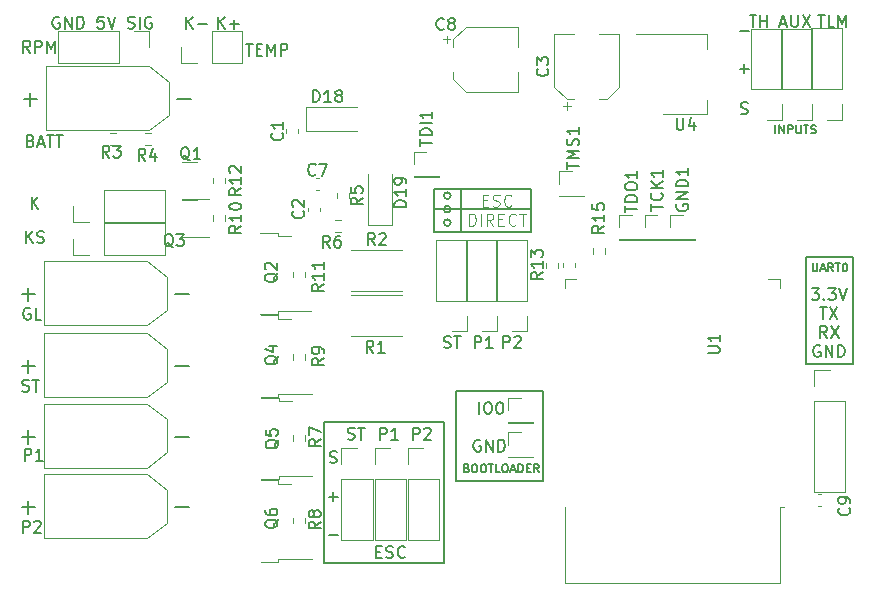
<source format=gbr>
%TF.GenerationSoftware,KiCad,Pcbnew,(6.0.9)*%
%TF.CreationDate,2023-04-19T21:58:53+02:00*%
%TF.ProjectId,jf-ecu32,6a662d65-6375-4333-922e-6b696361645f,rev?*%
%TF.SameCoordinates,Original*%
%TF.FileFunction,Legend,Top*%
%TF.FilePolarity,Positive*%
%FSLAX46Y46*%
G04 Gerber Fmt 4.6, Leading zero omitted, Abs format (unit mm)*
G04 Created by KiCad (PCBNEW (6.0.9)) date 2023-04-19 21:58:53*
%MOMM*%
%LPD*%
G01*
G04 APERTURE LIST*
%ADD10C,0.150000*%
%ADD11C,0.125000*%
%ADD12C,0.120000*%
G04 APERTURE END LIST*
D10*
X48006000Y-166878000D02*
X56261000Y-166878000D01*
X49432981Y-168021000D02*
G75*
G03*
X49432981Y-168021000I-283981J0D01*
G01*
X49911000Y-182245000D02*
X57277000Y-182245000D01*
X57277000Y-182245000D02*
X57277000Y-189865000D01*
X57277000Y-189865000D02*
X49911000Y-189865000D01*
X49911000Y-189865000D02*
X49911000Y-182245000D01*
X79565500Y-170942000D02*
X83502500Y-170942000D01*
X83502500Y-170942000D02*
X83502500Y-179959000D01*
X83502500Y-179959000D02*
X79565500Y-179959000D01*
X79565500Y-179959000D02*
X79565500Y-170942000D01*
X49432981Y-165735000D02*
G75*
G03*
X49432981Y-165735000I-283981J0D01*
G01*
X38735000Y-184912000D02*
X48895000Y-184912000D01*
X48895000Y-184912000D02*
X48895000Y-196850000D01*
X48895000Y-196850000D02*
X38735000Y-196850000D01*
X38735000Y-196850000D02*
X38735000Y-184912000D01*
X50292000Y-165227000D02*
X50292000Y-168783000D01*
X49432981Y-166878000D02*
G75*
G03*
X49432981Y-166878000I-283981J0D01*
G01*
X48006000Y-165163500D02*
X56261000Y-165163500D01*
X56261000Y-165163500D02*
X56261000Y-168846500D01*
X56261000Y-168846500D02*
X48006000Y-168846500D01*
X48006000Y-168846500D02*
X48006000Y-165163500D01*
X51832000Y-184221380D02*
X51832000Y-183221380D01*
X52498666Y-183221380D02*
X52689142Y-183221380D01*
X52784380Y-183269000D01*
X52879619Y-183364238D01*
X52927238Y-183554714D01*
X52927238Y-183888047D01*
X52879619Y-184078523D01*
X52784380Y-184173761D01*
X52689142Y-184221380D01*
X52498666Y-184221380D01*
X52403428Y-184173761D01*
X52308190Y-184078523D01*
X52260571Y-183888047D01*
X52260571Y-183554714D01*
X52308190Y-183364238D01*
X52403428Y-183269000D01*
X52498666Y-183221380D01*
X53546285Y-183221380D02*
X53641523Y-183221380D01*
X53736761Y-183269000D01*
X53784380Y-183316619D01*
X53832000Y-183411857D01*
X53879619Y-183602333D01*
X53879619Y-183840428D01*
X53832000Y-184030904D01*
X53784380Y-184126142D01*
X53736761Y-184173761D01*
X53641523Y-184221380D01*
X53546285Y-184221380D01*
X53451047Y-184173761D01*
X53403428Y-184126142D01*
X53355809Y-184030904D01*
X53308190Y-183840428D01*
X53308190Y-183602333D01*
X53355809Y-183411857D01*
X53403428Y-183316619D01*
X53451047Y-183269000D01*
X53546285Y-183221380D01*
X76929666Y-160463666D02*
X76929666Y-159763666D01*
X77263000Y-160463666D02*
X77263000Y-159763666D01*
X77663000Y-160463666D01*
X77663000Y-159763666D01*
X77996333Y-160463666D02*
X77996333Y-159763666D01*
X78263000Y-159763666D01*
X78329666Y-159797000D01*
X78363000Y-159830333D01*
X78396333Y-159897000D01*
X78396333Y-159997000D01*
X78363000Y-160063666D01*
X78329666Y-160097000D01*
X78263000Y-160130333D01*
X77996333Y-160130333D01*
X78696333Y-159763666D02*
X78696333Y-160330333D01*
X78729666Y-160397000D01*
X78763000Y-160430333D01*
X78829666Y-160463666D01*
X78963000Y-160463666D01*
X79029666Y-160430333D01*
X79063000Y-160397000D01*
X79096333Y-160330333D01*
X79096333Y-159763666D01*
X79329666Y-159763666D02*
X79729666Y-159763666D01*
X79529666Y-160463666D02*
X79529666Y-159763666D01*
X79929666Y-160430333D02*
X80029666Y-160463666D01*
X80196333Y-160463666D01*
X80263000Y-160430333D01*
X80296333Y-160397000D01*
X80329666Y-160330333D01*
X80329666Y-160263666D01*
X80296333Y-160197000D01*
X80263000Y-160163666D01*
X80196333Y-160130333D01*
X80063000Y-160097000D01*
X79996333Y-160063666D01*
X79963000Y-160030333D01*
X79929666Y-159963666D01*
X79929666Y-159897000D01*
X79963000Y-159830333D01*
X79996333Y-159797000D01*
X80063000Y-159763666D01*
X80229666Y-159763666D01*
X80329666Y-159797000D01*
X74580714Y-157882238D02*
X74437857Y-157834619D01*
X74199761Y-157834619D01*
X74104523Y-157882238D01*
X74056904Y-157929857D01*
X74009285Y-158025095D01*
X74009285Y-158120333D01*
X74056904Y-158215571D01*
X74104523Y-158263190D01*
X74199761Y-158310809D01*
X74390238Y-158358428D01*
X74485476Y-158406047D01*
X74533095Y-158453666D01*
X74580714Y-158548904D01*
X74580714Y-158644142D01*
X74533095Y-158739380D01*
X74485476Y-158787000D01*
X74390238Y-158834619D01*
X74152142Y-158834619D01*
X74009285Y-158787000D01*
X74675952Y-154995571D02*
X73914047Y-154995571D01*
X74295000Y-154614619D02*
X74295000Y-155376523D01*
X74675952Y-151775571D02*
X73914047Y-151775571D01*
X29726047Y-151582380D02*
X29726047Y-150582380D01*
X30297476Y-151582380D02*
X29868904Y-151010952D01*
X30297476Y-150582380D02*
X29726047Y-151153809D01*
X30726047Y-151201428D02*
X31487952Y-151201428D01*
X31107000Y-151582380D02*
X31107000Y-150820476D01*
X13843095Y-153614380D02*
X13509761Y-153138190D01*
X13271666Y-153614380D02*
X13271666Y-152614380D01*
X13652619Y-152614380D01*
X13747857Y-152662000D01*
X13795476Y-152709619D01*
X13843095Y-152804857D01*
X13843095Y-152947714D01*
X13795476Y-153042952D01*
X13747857Y-153090571D01*
X13652619Y-153138190D01*
X13271666Y-153138190D01*
X14271666Y-153614380D02*
X14271666Y-152614380D01*
X14652619Y-152614380D01*
X14747857Y-152662000D01*
X14795476Y-152709619D01*
X14843095Y-152804857D01*
X14843095Y-152947714D01*
X14795476Y-153042952D01*
X14747857Y-153090571D01*
X14652619Y-153138190D01*
X14271666Y-153138190D01*
X15271666Y-153614380D02*
X15271666Y-152614380D01*
X15605000Y-153328666D01*
X15938333Y-152614380D01*
X15938333Y-153614380D01*
X13866952Y-161091571D02*
X14009809Y-161139190D01*
X14057428Y-161186809D01*
X14105047Y-161282047D01*
X14105047Y-161424904D01*
X14057428Y-161520142D01*
X14009809Y-161567761D01*
X13914571Y-161615380D01*
X13533619Y-161615380D01*
X13533619Y-160615380D01*
X13866952Y-160615380D01*
X13962190Y-160663000D01*
X14009809Y-160710619D01*
X14057428Y-160805857D01*
X14057428Y-160901095D01*
X14009809Y-160996333D01*
X13962190Y-161043952D01*
X13866952Y-161091571D01*
X13533619Y-161091571D01*
X14486000Y-161329666D02*
X14962190Y-161329666D01*
X14390761Y-161615380D02*
X14724095Y-160615380D01*
X15057428Y-161615380D01*
X15247904Y-160615380D02*
X15819333Y-160615380D01*
X15533619Y-161615380D02*
X15533619Y-160615380D01*
X16009809Y-160615380D02*
X16581238Y-160615380D01*
X16295523Y-161615380D02*
X16295523Y-160615380D01*
X13176333Y-182268761D02*
X13319190Y-182316380D01*
X13557285Y-182316380D01*
X13652523Y-182268761D01*
X13700142Y-182221142D01*
X13747761Y-182125904D01*
X13747761Y-182030666D01*
X13700142Y-181935428D01*
X13652523Y-181887809D01*
X13557285Y-181840190D01*
X13366809Y-181792571D01*
X13271571Y-181744952D01*
X13223952Y-181697333D01*
X13176333Y-181602095D01*
X13176333Y-181506857D01*
X13223952Y-181411619D01*
X13271571Y-181364000D01*
X13366809Y-181316380D01*
X13604904Y-181316380D01*
X13747761Y-181364000D01*
X14033476Y-181316380D02*
X14604904Y-181316380D01*
X14319190Y-182316380D02*
X14319190Y-181316380D01*
X80084000Y-171447666D02*
X80084000Y-172014333D01*
X80117333Y-172081000D01*
X80150666Y-172114333D01*
X80217333Y-172147666D01*
X80350666Y-172147666D01*
X80417333Y-172114333D01*
X80450666Y-172081000D01*
X80484000Y-172014333D01*
X80484000Y-171447666D01*
X80784000Y-171947666D02*
X81117333Y-171947666D01*
X80717333Y-172147666D02*
X80950666Y-171447666D01*
X81184000Y-172147666D01*
X81817333Y-172147666D02*
X81584000Y-171814333D01*
X81417333Y-172147666D02*
X81417333Y-171447666D01*
X81684000Y-171447666D01*
X81750666Y-171481000D01*
X81784000Y-171514333D01*
X81817333Y-171581000D01*
X81817333Y-171681000D01*
X81784000Y-171747666D01*
X81750666Y-171781000D01*
X81684000Y-171814333D01*
X81417333Y-171814333D01*
X82017333Y-171447666D02*
X82417333Y-171447666D01*
X82217333Y-172147666D02*
X82217333Y-171447666D01*
X82784000Y-171447666D02*
X82850666Y-171447666D01*
X82917333Y-171481000D01*
X82950666Y-171514333D01*
X82984000Y-171581000D01*
X83017333Y-171714333D01*
X83017333Y-171881000D01*
X82984000Y-172014333D01*
X82950666Y-172081000D01*
X82917333Y-172114333D01*
X82850666Y-172147666D01*
X82784000Y-172147666D01*
X82717333Y-172114333D01*
X82684000Y-172081000D01*
X82650666Y-172014333D01*
X82617333Y-171881000D01*
X82617333Y-171714333D01*
X82650666Y-171581000D01*
X82684000Y-171514333D01*
X82717333Y-171481000D01*
X82784000Y-171447666D01*
X40735333Y-186332761D02*
X40878190Y-186380380D01*
X41116285Y-186380380D01*
X41211523Y-186332761D01*
X41259142Y-186285142D01*
X41306761Y-186189904D01*
X41306761Y-186094666D01*
X41259142Y-185999428D01*
X41211523Y-185951809D01*
X41116285Y-185904190D01*
X40925809Y-185856571D01*
X40830571Y-185808952D01*
X40782952Y-185761333D01*
X40735333Y-185666095D01*
X40735333Y-185570857D01*
X40782952Y-185475619D01*
X40830571Y-185428000D01*
X40925809Y-185380380D01*
X41163904Y-185380380D01*
X41306761Y-185428000D01*
X41592476Y-185380380D02*
X42163904Y-185380380D01*
X41878190Y-186380380D02*
X41878190Y-185380380D01*
X16296142Y-150630000D02*
X16200904Y-150582380D01*
X16058047Y-150582380D01*
X15915190Y-150630000D01*
X15819952Y-150725238D01*
X15772333Y-150820476D01*
X15724714Y-151010952D01*
X15724714Y-151153809D01*
X15772333Y-151344285D01*
X15819952Y-151439523D01*
X15915190Y-151534761D01*
X16058047Y-151582380D01*
X16153285Y-151582380D01*
X16296142Y-151534761D01*
X16343761Y-151487142D01*
X16343761Y-151153809D01*
X16153285Y-151153809D01*
X16772333Y-151582380D02*
X16772333Y-150582380D01*
X17343761Y-151582380D01*
X17343761Y-150582380D01*
X17819952Y-151582380D02*
X17819952Y-150582380D01*
X18058047Y-150582380D01*
X18200904Y-150630000D01*
X18296142Y-150725238D01*
X18343761Y-150820476D01*
X18391380Y-151010952D01*
X18391380Y-151153809D01*
X18343761Y-151344285D01*
X18296142Y-151439523D01*
X18200904Y-151534761D01*
X18058047Y-151582380D01*
X17819952Y-151582380D01*
X20058047Y-150582380D02*
X19581857Y-150582380D01*
X19534238Y-151058571D01*
X19581857Y-151010952D01*
X19677095Y-150963333D01*
X19915190Y-150963333D01*
X20010428Y-151010952D01*
X20058047Y-151058571D01*
X20105666Y-151153809D01*
X20105666Y-151391904D01*
X20058047Y-151487142D01*
X20010428Y-151534761D01*
X19915190Y-151582380D01*
X19677095Y-151582380D01*
X19581857Y-151534761D01*
X19534238Y-151487142D01*
X20391380Y-150582380D02*
X20724714Y-151582380D01*
X21058047Y-150582380D01*
X22105666Y-151534761D02*
X22248523Y-151582380D01*
X22486619Y-151582380D01*
X22581857Y-151534761D01*
X22629476Y-151487142D01*
X22677095Y-151391904D01*
X22677095Y-151296666D01*
X22629476Y-151201428D01*
X22581857Y-151153809D01*
X22486619Y-151106190D01*
X22296142Y-151058571D01*
X22200904Y-151010952D01*
X22153285Y-150963333D01*
X22105666Y-150868095D01*
X22105666Y-150772857D01*
X22153285Y-150677619D01*
X22200904Y-150630000D01*
X22296142Y-150582380D01*
X22534238Y-150582380D01*
X22677095Y-150630000D01*
X23105666Y-151582380D02*
X23105666Y-150582380D01*
X24105666Y-150630000D02*
X24010428Y-150582380D01*
X23867571Y-150582380D01*
X23724714Y-150630000D01*
X23629476Y-150725238D01*
X23581857Y-150820476D01*
X23534238Y-151010952D01*
X23534238Y-151153809D01*
X23581857Y-151344285D01*
X23629476Y-151439523D01*
X23724714Y-151534761D01*
X23867571Y-151582380D01*
X23962809Y-151582380D01*
X24105666Y-151534761D01*
X24153285Y-151487142D01*
X24153285Y-151153809D01*
X23962809Y-151153809D01*
X74755476Y-150455380D02*
X75326904Y-150455380D01*
X75041190Y-151455380D02*
X75041190Y-150455380D01*
X75660238Y-151455380D02*
X75660238Y-150455380D01*
X75660238Y-150931571D02*
X76231666Y-150931571D01*
X76231666Y-151455380D02*
X76231666Y-150455380D01*
X13231904Y-194254380D02*
X13231904Y-193254380D01*
X13612857Y-193254380D01*
X13708095Y-193302000D01*
X13755714Y-193349619D01*
X13803333Y-193444857D01*
X13803333Y-193587714D01*
X13755714Y-193682952D01*
X13708095Y-193730571D01*
X13612857Y-193778190D01*
X13231904Y-193778190D01*
X14184285Y-193349619D02*
X14231904Y-193302000D01*
X14327142Y-193254380D01*
X14565238Y-193254380D01*
X14660476Y-193302000D01*
X14708095Y-193349619D01*
X14755714Y-193444857D01*
X14755714Y-193540095D01*
X14708095Y-193682952D01*
X14136666Y-194254380D01*
X14755714Y-194254380D01*
X13962095Y-166822380D02*
X13962095Y-165822380D01*
X14533523Y-166822380D02*
X14104952Y-166250952D01*
X14533523Y-165822380D02*
X13962095Y-166393809D01*
X13485904Y-169743380D02*
X13485904Y-168743380D01*
X14057333Y-169743380D02*
X13628761Y-169171952D01*
X14057333Y-168743380D02*
X13485904Y-169314809D01*
X14438285Y-169695761D02*
X14581142Y-169743380D01*
X14819238Y-169743380D01*
X14914476Y-169695761D01*
X14962095Y-169648142D01*
X15009714Y-169552904D01*
X15009714Y-169457666D01*
X14962095Y-169362428D01*
X14914476Y-169314809D01*
X14819238Y-169267190D01*
X14628761Y-169219571D01*
X14533523Y-169171952D01*
X14485904Y-169124333D01*
X14438285Y-169029095D01*
X14438285Y-168933857D01*
X14485904Y-168838619D01*
X14533523Y-168791000D01*
X14628761Y-168743380D01*
X14866857Y-168743380D01*
X15009714Y-168791000D01*
X51458904Y-178633380D02*
X51458904Y-177633380D01*
X51839857Y-177633380D01*
X51935095Y-177681000D01*
X51982714Y-177728619D01*
X52030333Y-177823857D01*
X52030333Y-177966714D01*
X51982714Y-178061952D01*
X51935095Y-178109571D01*
X51839857Y-178157190D01*
X51458904Y-178157190D01*
X52982714Y-178633380D02*
X52411285Y-178633380D01*
X52697000Y-178633380D02*
X52697000Y-177633380D01*
X52601761Y-177776238D01*
X52506523Y-177871476D01*
X52411285Y-177919095D01*
X43132523Y-195889571D02*
X43465857Y-195889571D01*
X43608714Y-196413380D02*
X43132523Y-196413380D01*
X43132523Y-195413380D01*
X43608714Y-195413380D01*
X43989666Y-196365761D02*
X44132523Y-196413380D01*
X44370619Y-196413380D01*
X44465857Y-196365761D01*
X44513476Y-196318142D01*
X44561095Y-196222904D01*
X44561095Y-196127666D01*
X44513476Y-196032428D01*
X44465857Y-195984809D01*
X44370619Y-195937190D01*
X44180142Y-195889571D01*
X44084904Y-195841952D01*
X44037285Y-195794333D01*
X43989666Y-195699095D01*
X43989666Y-195603857D01*
X44037285Y-195508619D01*
X44084904Y-195461000D01*
X44180142Y-195413380D01*
X44418238Y-195413380D01*
X44561095Y-195461000D01*
X45561095Y-196318142D02*
X45513476Y-196365761D01*
X45370619Y-196413380D01*
X45275380Y-196413380D01*
X45132523Y-196365761D01*
X45037285Y-196270523D01*
X44989666Y-196175285D01*
X44942047Y-195984809D01*
X44942047Y-195841952D01*
X44989666Y-195651476D01*
X45037285Y-195556238D01*
X45132523Y-195461000D01*
X45275380Y-195413380D01*
X45370619Y-195413380D01*
X45513476Y-195461000D01*
X45561095Y-195508619D01*
X53871904Y-178633380D02*
X53871904Y-177633380D01*
X54252857Y-177633380D01*
X54348095Y-177681000D01*
X54395714Y-177728619D01*
X54443333Y-177823857D01*
X54443333Y-177966714D01*
X54395714Y-178061952D01*
X54348095Y-178109571D01*
X54252857Y-178157190D01*
X53871904Y-178157190D01*
X54824285Y-177728619D02*
X54871904Y-177681000D01*
X54967142Y-177633380D01*
X55205238Y-177633380D01*
X55300476Y-177681000D01*
X55348095Y-177728619D01*
X55395714Y-177823857D01*
X55395714Y-177919095D01*
X55348095Y-178061952D01*
X54776666Y-178633380D01*
X55395714Y-178633380D01*
X46251904Y-186380380D02*
X46251904Y-185380380D01*
X46632857Y-185380380D01*
X46728095Y-185428000D01*
X46775714Y-185475619D01*
X46823333Y-185570857D01*
X46823333Y-185713714D01*
X46775714Y-185808952D01*
X46728095Y-185856571D01*
X46632857Y-185904190D01*
X46251904Y-185904190D01*
X47204285Y-185475619D02*
X47251904Y-185428000D01*
X47347142Y-185380380D01*
X47585238Y-185380380D01*
X47680476Y-185428000D01*
X47728095Y-185475619D01*
X47775714Y-185570857D01*
X47775714Y-185666095D01*
X47728095Y-185808952D01*
X47156666Y-186380380D01*
X47775714Y-186380380D01*
X32099476Y-152868380D02*
X32670904Y-152868380D01*
X32385190Y-153868380D02*
X32385190Y-152868380D01*
X33004238Y-153344571D02*
X33337571Y-153344571D01*
X33480428Y-153868380D02*
X33004238Y-153868380D01*
X33004238Y-152868380D01*
X33480428Y-152868380D01*
X33909000Y-153868380D02*
X33909000Y-152868380D01*
X34242333Y-153582666D01*
X34575666Y-152868380D01*
X34575666Y-153868380D01*
X35051857Y-153868380D02*
X35051857Y-152868380D01*
X35432809Y-152868380D01*
X35528047Y-152916000D01*
X35575666Y-152963619D01*
X35623285Y-153058857D01*
X35623285Y-153201714D01*
X35575666Y-153296952D01*
X35528047Y-153344571D01*
X35432809Y-153392190D01*
X35051857Y-153392190D01*
X39211285Y-188319761D02*
X39354142Y-188367380D01*
X39592238Y-188367380D01*
X39687476Y-188319761D01*
X39735095Y-188272142D01*
X39782714Y-188176904D01*
X39782714Y-188081666D01*
X39735095Y-187986428D01*
X39687476Y-187938809D01*
X39592238Y-187891190D01*
X39401761Y-187843571D01*
X39306523Y-187795952D01*
X39258904Y-187748333D01*
X39211285Y-187653095D01*
X39211285Y-187557857D01*
X39258904Y-187462619D01*
X39306523Y-187415000D01*
X39401761Y-187367380D01*
X39639857Y-187367380D01*
X39782714Y-187415000D01*
X39116047Y-191206428D02*
X39877952Y-191206428D01*
X39497000Y-191587380D02*
X39497000Y-190825476D01*
X39116047Y-194426428D02*
X39877952Y-194426428D01*
X80526095Y-150455380D02*
X81097523Y-150455380D01*
X80811809Y-151455380D02*
X80811809Y-150455380D01*
X81907047Y-151455380D02*
X81430857Y-151455380D01*
X81430857Y-150455380D01*
X82240380Y-151455380D02*
X82240380Y-150455380D01*
X82573714Y-151169666D01*
X82907047Y-150455380D01*
X82907047Y-151455380D01*
X48863333Y-178585761D02*
X49006190Y-178633380D01*
X49244285Y-178633380D01*
X49339523Y-178585761D01*
X49387142Y-178538142D01*
X49434761Y-178442904D01*
X49434761Y-178347666D01*
X49387142Y-178252428D01*
X49339523Y-178204809D01*
X49244285Y-178157190D01*
X49053809Y-178109571D01*
X48958571Y-178061952D01*
X48910952Y-178014333D01*
X48863333Y-177919095D01*
X48863333Y-177823857D01*
X48910952Y-177728619D01*
X48958571Y-177681000D01*
X49053809Y-177633380D01*
X49291904Y-177633380D01*
X49434761Y-177681000D01*
X49720476Y-177633380D02*
X50291904Y-177633380D01*
X50006190Y-178633380D02*
X50006190Y-177633380D01*
X13358904Y-188158380D02*
X13358904Y-187158380D01*
X13739857Y-187158380D01*
X13835095Y-187206000D01*
X13882714Y-187253619D01*
X13930333Y-187348857D01*
X13930333Y-187491714D01*
X13882714Y-187586952D01*
X13835095Y-187634571D01*
X13739857Y-187682190D01*
X13358904Y-187682190D01*
X14882714Y-188158380D02*
X14311285Y-188158380D01*
X14597000Y-188158380D02*
X14597000Y-187158380D01*
X14501761Y-187301238D01*
X14406523Y-187396476D01*
X14311285Y-187444095D01*
X50804333Y-188799000D02*
X50904333Y-188832333D01*
X50937666Y-188865666D01*
X50971000Y-188932333D01*
X50971000Y-189032333D01*
X50937666Y-189099000D01*
X50904333Y-189132333D01*
X50837666Y-189165666D01*
X50571000Y-189165666D01*
X50571000Y-188465666D01*
X50804333Y-188465666D01*
X50871000Y-188499000D01*
X50904333Y-188532333D01*
X50937666Y-188599000D01*
X50937666Y-188665666D01*
X50904333Y-188732333D01*
X50871000Y-188765666D01*
X50804333Y-188799000D01*
X50571000Y-188799000D01*
X51404333Y-188465666D02*
X51537666Y-188465666D01*
X51604333Y-188499000D01*
X51671000Y-188565666D01*
X51704333Y-188699000D01*
X51704333Y-188932333D01*
X51671000Y-189065666D01*
X51604333Y-189132333D01*
X51537666Y-189165666D01*
X51404333Y-189165666D01*
X51337666Y-189132333D01*
X51271000Y-189065666D01*
X51237666Y-188932333D01*
X51237666Y-188699000D01*
X51271000Y-188565666D01*
X51337666Y-188499000D01*
X51404333Y-188465666D01*
X52137666Y-188465666D02*
X52271000Y-188465666D01*
X52337666Y-188499000D01*
X52404333Y-188565666D01*
X52437666Y-188699000D01*
X52437666Y-188932333D01*
X52404333Y-189065666D01*
X52337666Y-189132333D01*
X52271000Y-189165666D01*
X52137666Y-189165666D01*
X52071000Y-189132333D01*
X52004333Y-189065666D01*
X51971000Y-188932333D01*
X51971000Y-188699000D01*
X52004333Y-188565666D01*
X52071000Y-188499000D01*
X52137666Y-188465666D01*
X52637666Y-188465666D02*
X53037666Y-188465666D01*
X52837666Y-189165666D02*
X52837666Y-188465666D01*
X53604333Y-189165666D02*
X53271000Y-189165666D01*
X53271000Y-188465666D01*
X53971000Y-188465666D02*
X54104333Y-188465666D01*
X54171000Y-188499000D01*
X54237666Y-188565666D01*
X54271000Y-188699000D01*
X54271000Y-188932333D01*
X54237666Y-189065666D01*
X54171000Y-189132333D01*
X54104333Y-189165666D01*
X53971000Y-189165666D01*
X53904333Y-189132333D01*
X53837666Y-189065666D01*
X53804333Y-188932333D01*
X53804333Y-188699000D01*
X53837666Y-188565666D01*
X53904333Y-188499000D01*
X53971000Y-188465666D01*
X54537666Y-188965666D02*
X54871000Y-188965666D01*
X54471000Y-189165666D02*
X54704333Y-188465666D01*
X54937666Y-189165666D01*
X55171000Y-189165666D02*
X55171000Y-188465666D01*
X55337666Y-188465666D01*
X55437666Y-188499000D01*
X55504333Y-188565666D01*
X55537666Y-188632333D01*
X55571000Y-188765666D01*
X55571000Y-188865666D01*
X55537666Y-188999000D01*
X55504333Y-189065666D01*
X55437666Y-189132333D01*
X55337666Y-189165666D01*
X55171000Y-189165666D01*
X55871000Y-188799000D02*
X56104333Y-188799000D01*
X56204333Y-189165666D02*
X55871000Y-189165666D01*
X55871000Y-188465666D01*
X56204333Y-188465666D01*
X56904333Y-189165666D02*
X56671000Y-188832333D01*
X56504333Y-189165666D02*
X56504333Y-188465666D01*
X56771000Y-188465666D01*
X56837666Y-188499000D01*
X56871000Y-188532333D01*
X56904333Y-188599000D01*
X56904333Y-188699000D01*
X56871000Y-188765666D01*
X56837666Y-188799000D01*
X56771000Y-188832333D01*
X56504333Y-188832333D01*
X79994309Y-173567380D02*
X80613357Y-173567380D01*
X80280023Y-173948333D01*
X80422880Y-173948333D01*
X80518119Y-173995952D01*
X80565738Y-174043571D01*
X80613357Y-174138809D01*
X80613357Y-174376904D01*
X80565738Y-174472142D01*
X80518119Y-174519761D01*
X80422880Y-174567380D01*
X80137166Y-174567380D01*
X80041928Y-174519761D01*
X79994309Y-174472142D01*
X81041928Y-174472142D02*
X81089547Y-174519761D01*
X81041928Y-174567380D01*
X80994309Y-174519761D01*
X81041928Y-174472142D01*
X81041928Y-174567380D01*
X81422880Y-173567380D02*
X82041928Y-173567380D01*
X81708595Y-173948333D01*
X81851452Y-173948333D01*
X81946690Y-173995952D01*
X81994309Y-174043571D01*
X82041928Y-174138809D01*
X82041928Y-174376904D01*
X81994309Y-174472142D01*
X81946690Y-174519761D01*
X81851452Y-174567380D01*
X81565738Y-174567380D01*
X81470500Y-174519761D01*
X81422880Y-174472142D01*
X82327642Y-173567380D02*
X82660976Y-174567380D01*
X82994309Y-173567380D01*
X80708595Y-175177380D02*
X81280023Y-175177380D01*
X80994309Y-176177380D02*
X80994309Y-175177380D01*
X81518119Y-175177380D02*
X82184785Y-176177380D01*
X82184785Y-175177380D02*
X81518119Y-176177380D01*
X81303833Y-177787380D02*
X80970500Y-177311190D01*
X80732404Y-177787380D02*
X80732404Y-176787380D01*
X81113357Y-176787380D01*
X81208595Y-176835000D01*
X81256214Y-176882619D01*
X81303833Y-176977857D01*
X81303833Y-177120714D01*
X81256214Y-177215952D01*
X81208595Y-177263571D01*
X81113357Y-177311190D01*
X80732404Y-177311190D01*
X81637166Y-176787380D02*
X82303833Y-177787380D01*
X82303833Y-176787380D02*
X81637166Y-177787380D01*
X80708595Y-178445000D02*
X80613357Y-178397380D01*
X80470500Y-178397380D01*
X80327642Y-178445000D01*
X80232404Y-178540238D01*
X80184785Y-178635476D01*
X80137166Y-178825952D01*
X80137166Y-178968809D01*
X80184785Y-179159285D01*
X80232404Y-179254523D01*
X80327642Y-179349761D01*
X80470500Y-179397380D01*
X80565738Y-179397380D01*
X80708595Y-179349761D01*
X80756214Y-179302142D01*
X80756214Y-178968809D01*
X80565738Y-178968809D01*
X81184785Y-179397380D02*
X81184785Y-178397380D01*
X81756214Y-179397380D01*
X81756214Y-178397380D01*
X82232404Y-179397380D02*
X82232404Y-178397380D01*
X82470500Y-178397380D01*
X82613357Y-178445000D01*
X82708595Y-178540238D01*
X82756214Y-178635476D01*
X82803833Y-178825952D01*
X82803833Y-178968809D01*
X82756214Y-179159285D01*
X82708595Y-179254523D01*
X82613357Y-179349761D01*
X82470500Y-179397380D01*
X82232404Y-179397380D01*
X13827142Y-175268000D02*
X13731904Y-175220380D01*
X13589047Y-175220380D01*
X13446190Y-175268000D01*
X13350952Y-175363238D01*
X13303333Y-175458476D01*
X13255714Y-175648952D01*
X13255714Y-175791809D01*
X13303333Y-175982285D01*
X13350952Y-176077523D01*
X13446190Y-176172761D01*
X13589047Y-176220380D01*
X13684285Y-176220380D01*
X13827142Y-176172761D01*
X13874761Y-176125142D01*
X13874761Y-175791809D01*
X13684285Y-175791809D01*
X14779523Y-176220380D02*
X14303333Y-176220380D01*
X14303333Y-175220380D01*
X43457904Y-186380380D02*
X43457904Y-185380380D01*
X43838857Y-185380380D01*
X43934095Y-185428000D01*
X43981714Y-185475619D01*
X44029333Y-185570857D01*
X44029333Y-185713714D01*
X43981714Y-185808952D01*
X43934095Y-185856571D01*
X43838857Y-185904190D01*
X43457904Y-185904190D01*
X44981714Y-186380380D02*
X44410285Y-186380380D01*
X44696000Y-186380380D02*
X44696000Y-185380380D01*
X44600761Y-185523238D01*
X44505523Y-185618476D01*
X44410285Y-185666095D01*
X27059047Y-151582380D02*
X27059047Y-150582380D01*
X27630476Y-151582380D02*
X27201904Y-151010952D01*
X27630476Y-150582380D02*
X27059047Y-151153809D01*
X28059047Y-151201428D02*
X28820952Y-151201428D01*
X51943095Y-186444000D02*
X51847857Y-186396380D01*
X51705000Y-186396380D01*
X51562142Y-186444000D01*
X51466904Y-186539238D01*
X51419285Y-186634476D01*
X51371666Y-186824952D01*
X51371666Y-186967809D01*
X51419285Y-187158285D01*
X51466904Y-187253523D01*
X51562142Y-187348761D01*
X51705000Y-187396380D01*
X51800238Y-187396380D01*
X51943095Y-187348761D01*
X51990714Y-187301142D01*
X51990714Y-186967809D01*
X51800238Y-186967809D01*
X52419285Y-187396380D02*
X52419285Y-186396380D01*
X52990714Y-187396380D01*
X52990714Y-186396380D01*
X53466904Y-187396380D02*
X53466904Y-186396380D01*
X53705000Y-186396380D01*
X53847857Y-186444000D01*
X53943095Y-186539238D01*
X53990714Y-186634476D01*
X54038333Y-186824952D01*
X54038333Y-186967809D01*
X53990714Y-187158285D01*
X53943095Y-187253523D01*
X53847857Y-187348761D01*
X53705000Y-187396380D01*
X53466904Y-187396380D01*
D11*
X52149523Y-166128571D02*
X52482857Y-166128571D01*
X52625714Y-166652380D02*
X52149523Y-166652380D01*
X52149523Y-165652380D01*
X52625714Y-165652380D01*
X53006666Y-166604761D02*
X53149523Y-166652380D01*
X53387619Y-166652380D01*
X53482857Y-166604761D01*
X53530476Y-166557142D01*
X53578095Y-166461904D01*
X53578095Y-166366666D01*
X53530476Y-166271428D01*
X53482857Y-166223809D01*
X53387619Y-166176190D01*
X53197142Y-166128571D01*
X53101904Y-166080952D01*
X53054285Y-166033333D01*
X53006666Y-165938095D01*
X53006666Y-165842857D01*
X53054285Y-165747619D01*
X53101904Y-165700000D01*
X53197142Y-165652380D01*
X53435238Y-165652380D01*
X53578095Y-165700000D01*
X54578095Y-166557142D02*
X54530476Y-166604761D01*
X54387619Y-166652380D01*
X54292380Y-166652380D01*
X54149523Y-166604761D01*
X54054285Y-166509523D01*
X54006666Y-166414285D01*
X53959047Y-166223809D01*
X53959047Y-166080952D01*
X54006666Y-165890476D01*
X54054285Y-165795238D01*
X54149523Y-165700000D01*
X54292380Y-165652380D01*
X54387619Y-165652380D01*
X54530476Y-165700000D01*
X54578095Y-165747619D01*
X51006666Y-168262380D02*
X51006666Y-167262380D01*
X51244761Y-167262380D01*
X51387619Y-167310000D01*
X51482857Y-167405238D01*
X51530476Y-167500476D01*
X51578095Y-167690952D01*
X51578095Y-167833809D01*
X51530476Y-168024285D01*
X51482857Y-168119523D01*
X51387619Y-168214761D01*
X51244761Y-168262380D01*
X51006666Y-168262380D01*
X52006666Y-168262380D02*
X52006666Y-167262380D01*
X53054285Y-168262380D02*
X52720952Y-167786190D01*
X52482857Y-168262380D02*
X52482857Y-167262380D01*
X52863809Y-167262380D01*
X52959047Y-167310000D01*
X53006666Y-167357619D01*
X53054285Y-167452857D01*
X53054285Y-167595714D01*
X53006666Y-167690952D01*
X52959047Y-167738571D01*
X52863809Y-167786190D01*
X52482857Y-167786190D01*
X53482857Y-167738571D02*
X53816190Y-167738571D01*
X53959047Y-168262380D02*
X53482857Y-168262380D01*
X53482857Y-167262380D01*
X53959047Y-167262380D01*
X54959047Y-168167142D02*
X54911428Y-168214761D01*
X54768571Y-168262380D01*
X54673333Y-168262380D01*
X54530476Y-168214761D01*
X54435238Y-168119523D01*
X54387619Y-168024285D01*
X54340000Y-167833809D01*
X54340000Y-167690952D01*
X54387619Y-167500476D01*
X54435238Y-167405238D01*
X54530476Y-167310000D01*
X54673333Y-167262380D01*
X54768571Y-167262380D01*
X54911428Y-167310000D01*
X54959047Y-167357619D01*
X55244761Y-167262380D02*
X55816190Y-167262380D01*
X55530476Y-168262380D02*
X55530476Y-167262380D01*
D10*
X77374904Y-151169666D02*
X77851095Y-151169666D01*
X77279666Y-151455380D02*
X77613000Y-150455380D01*
X77946333Y-151455380D01*
X78279666Y-150455380D02*
X78279666Y-151264904D01*
X78327285Y-151360142D01*
X78374904Y-151407761D01*
X78470142Y-151455380D01*
X78660619Y-151455380D01*
X78755857Y-151407761D01*
X78803476Y-151360142D01*
X78851095Y-151264904D01*
X78851095Y-150455380D01*
X79232047Y-150455380D02*
X79898714Y-151455380D01*
X79898714Y-150455380D02*
X79232047Y-151455380D01*
%TO.C,TDI1*%
X46823380Y-161520000D02*
X46823380Y-160948571D01*
X47823380Y-161234285D02*
X46823380Y-161234285D01*
X47823380Y-160615238D02*
X46823380Y-160615238D01*
X46823380Y-160377142D01*
X46871000Y-160234285D01*
X46966238Y-160139047D01*
X47061476Y-160091428D01*
X47251952Y-160043809D01*
X47394809Y-160043809D01*
X47585285Y-160091428D01*
X47680523Y-160139047D01*
X47775761Y-160234285D01*
X47823380Y-160377142D01*
X47823380Y-160615238D01*
X47823380Y-159615238D02*
X46823380Y-159615238D01*
X47823380Y-158615238D02*
X47823380Y-159186666D01*
X47823380Y-158900952D02*
X46823380Y-158900952D01*
X46966238Y-158996190D01*
X47061476Y-159091428D01*
X47109095Y-159186666D01*
%TO.C,Q5*%
X34881619Y-186405238D02*
X34834000Y-186500476D01*
X34738761Y-186595714D01*
X34595904Y-186738571D01*
X34548285Y-186833809D01*
X34548285Y-186929047D01*
X34786380Y-186881428D02*
X34738761Y-186976666D01*
X34643523Y-187071904D01*
X34453047Y-187119523D01*
X34119714Y-187119523D01*
X33929238Y-187071904D01*
X33834000Y-186976666D01*
X33786380Y-186881428D01*
X33786380Y-186690952D01*
X33834000Y-186595714D01*
X33929238Y-186500476D01*
X34119714Y-186452857D01*
X34453047Y-186452857D01*
X34643523Y-186500476D01*
X34738761Y-186595714D01*
X34786380Y-186690952D01*
X34786380Y-186881428D01*
X33786380Y-185548095D02*
X33786380Y-186024285D01*
X34262571Y-186071904D01*
X34214952Y-186024285D01*
X34167333Y-185929047D01*
X34167333Y-185690952D01*
X34214952Y-185595714D01*
X34262571Y-185548095D01*
X34357809Y-185500476D01*
X34595904Y-185500476D01*
X34691142Y-185548095D01*
X34738761Y-185595714D01*
X34786380Y-185690952D01*
X34786380Y-185929047D01*
X34738761Y-186024285D01*
X34691142Y-186071904D01*
%TO.C,Q6*%
X34837619Y-193136238D02*
X34790000Y-193231476D01*
X34694761Y-193326714D01*
X34551904Y-193469571D01*
X34504285Y-193564809D01*
X34504285Y-193660047D01*
X34742380Y-193612428D02*
X34694761Y-193707666D01*
X34599523Y-193802904D01*
X34409047Y-193850523D01*
X34075714Y-193850523D01*
X33885238Y-193802904D01*
X33790000Y-193707666D01*
X33742380Y-193612428D01*
X33742380Y-193421952D01*
X33790000Y-193326714D01*
X33885238Y-193231476D01*
X34075714Y-193183857D01*
X34409047Y-193183857D01*
X34599523Y-193231476D01*
X34694761Y-193326714D01*
X34742380Y-193421952D01*
X34742380Y-193612428D01*
X33742380Y-192326714D02*
X33742380Y-192517190D01*
X33790000Y-192612428D01*
X33837619Y-192660047D01*
X33980476Y-192755285D01*
X34170952Y-192802904D01*
X34551904Y-192802904D01*
X34647142Y-192755285D01*
X34694761Y-192707666D01*
X34742380Y-192612428D01*
X34742380Y-192421952D01*
X34694761Y-192326714D01*
X34647142Y-192279095D01*
X34551904Y-192231476D01*
X34313809Y-192231476D01*
X34218571Y-192279095D01*
X34170952Y-192326714D01*
X34123333Y-192421952D01*
X34123333Y-192612428D01*
X34170952Y-192707666D01*
X34218571Y-192755285D01*
X34313809Y-192802904D01*
%TO.C,R4*%
X23582333Y-162758380D02*
X23249000Y-162282190D01*
X23010904Y-162758380D02*
X23010904Y-161758380D01*
X23391857Y-161758380D01*
X23487095Y-161806000D01*
X23534714Y-161853619D01*
X23582333Y-161948857D01*
X23582333Y-162091714D01*
X23534714Y-162186952D01*
X23487095Y-162234571D01*
X23391857Y-162282190D01*
X23010904Y-162282190D01*
X24439476Y-162091714D02*
X24439476Y-162758380D01*
X24201380Y-161710761D02*
X23963285Y-162425047D01*
X24582333Y-162425047D01*
%TO.C,C2*%
X36933142Y-167044666D02*
X36980761Y-167092285D01*
X37028380Y-167235142D01*
X37028380Y-167330380D01*
X36980761Y-167473238D01*
X36885523Y-167568476D01*
X36790285Y-167616095D01*
X36599809Y-167663714D01*
X36456952Y-167663714D01*
X36266476Y-167616095D01*
X36171238Y-167568476D01*
X36076000Y-167473238D01*
X36028380Y-167330380D01*
X36028380Y-167235142D01*
X36076000Y-167092285D01*
X36123619Y-167044666D01*
X36123619Y-166663714D02*
X36076000Y-166616095D01*
X36028380Y-166520857D01*
X36028380Y-166282761D01*
X36076000Y-166187523D01*
X36123619Y-166139904D01*
X36218857Y-166092285D01*
X36314095Y-166092285D01*
X36456952Y-166139904D01*
X37028380Y-166711333D01*
X37028380Y-166092285D01*
%TO.C,C7*%
X37996533Y-163933142D02*
X37948914Y-163980761D01*
X37806057Y-164028380D01*
X37710819Y-164028380D01*
X37567961Y-163980761D01*
X37472723Y-163885523D01*
X37425104Y-163790285D01*
X37377485Y-163599809D01*
X37377485Y-163456952D01*
X37425104Y-163266476D01*
X37472723Y-163171238D01*
X37567961Y-163076000D01*
X37710819Y-163028380D01*
X37806057Y-163028380D01*
X37948914Y-163076000D01*
X37996533Y-163123619D01*
X38329866Y-163028380D02*
X38996533Y-163028380D01*
X38567961Y-164028380D01*
%TO.C,R3*%
X20534333Y-162504380D02*
X20201000Y-162028190D01*
X19962904Y-162504380D02*
X19962904Y-161504380D01*
X20343857Y-161504380D01*
X20439095Y-161552000D01*
X20486714Y-161599619D01*
X20534333Y-161694857D01*
X20534333Y-161837714D01*
X20486714Y-161932952D01*
X20439095Y-161980571D01*
X20343857Y-162028190D01*
X19962904Y-162028190D01*
X20867666Y-161504380D02*
X21486714Y-161504380D01*
X21153380Y-161885333D01*
X21296238Y-161885333D01*
X21391476Y-161932952D01*
X21439095Y-161980571D01*
X21486714Y-162075809D01*
X21486714Y-162313904D01*
X21439095Y-162409142D01*
X21391476Y-162456761D01*
X21296238Y-162504380D01*
X21010523Y-162504380D01*
X20915285Y-162456761D01*
X20867666Y-162409142D01*
%TO.C,R11*%
X38679380Y-173235857D02*
X38203190Y-173569190D01*
X38679380Y-173807285D02*
X37679380Y-173807285D01*
X37679380Y-173426333D01*
X37727000Y-173331095D01*
X37774619Y-173283476D01*
X37869857Y-173235857D01*
X38012714Y-173235857D01*
X38107952Y-173283476D01*
X38155571Y-173331095D01*
X38203190Y-173426333D01*
X38203190Y-173807285D01*
X38679380Y-172283476D02*
X38679380Y-172854904D01*
X38679380Y-172569190D02*
X37679380Y-172569190D01*
X37822238Y-172664428D01*
X37917476Y-172759666D01*
X37965095Y-172854904D01*
X38679380Y-171331095D02*
X38679380Y-171902523D01*
X38679380Y-171616809D02*
X37679380Y-171616809D01*
X37822238Y-171712047D01*
X37917476Y-171807285D01*
X37965095Y-171902523D01*
%TO.C,R7*%
X38425380Y-186348666D02*
X37949190Y-186682000D01*
X38425380Y-186920095D02*
X37425380Y-186920095D01*
X37425380Y-186539142D01*
X37473000Y-186443904D01*
X37520619Y-186396285D01*
X37615857Y-186348666D01*
X37758714Y-186348666D01*
X37853952Y-186396285D01*
X37901571Y-186443904D01*
X37949190Y-186539142D01*
X37949190Y-186920095D01*
X37425380Y-186015333D02*
X37425380Y-185348666D01*
X38425380Y-185777238D01*
%TO.C,R12*%
X31694380Y-165107857D02*
X31218190Y-165441190D01*
X31694380Y-165679285D02*
X30694380Y-165679285D01*
X30694380Y-165298333D01*
X30742000Y-165203095D01*
X30789619Y-165155476D01*
X30884857Y-165107857D01*
X31027714Y-165107857D01*
X31122952Y-165155476D01*
X31170571Y-165203095D01*
X31218190Y-165298333D01*
X31218190Y-165679285D01*
X31694380Y-164155476D02*
X31694380Y-164726904D01*
X31694380Y-164441190D02*
X30694380Y-164441190D01*
X30837238Y-164536428D01*
X30932476Y-164631666D01*
X30980095Y-164726904D01*
X30789619Y-163774523D02*
X30742000Y-163726904D01*
X30694380Y-163631666D01*
X30694380Y-163393571D01*
X30742000Y-163298333D01*
X30789619Y-163250714D01*
X30884857Y-163203095D01*
X30980095Y-163203095D01*
X31122952Y-163250714D01*
X31694380Y-163822142D01*
X31694380Y-163203095D01*
%TO.C,J9*%
X13121571Y-180193142D02*
X14264428Y-180193142D01*
X13693000Y-180764571D02*
X13693000Y-179621714D01*
X26121571Y-180193142D02*
X27264428Y-180193142D01*
%TO.C,GND1*%
X68588000Y-166465095D02*
X68540380Y-166560333D01*
X68540380Y-166703190D01*
X68588000Y-166846047D01*
X68683238Y-166941285D01*
X68778476Y-166988904D01*
X68968952Y-167036523D01*
X69111809Y-167036523D01*
X69302285Y-166988904D01*
X69397523Y-166941285D01*
X69492761Y-166846047D01*
X69540380Y-166703190D01*
X69540380Y-166607952D01*
X69492761Y-166465095D01*
X69445142Y-166417476D01*
X69111809Y-166417476D01*
X69111809Y-166607952D01*
X69540380Y-165988904D02*
X68540380Y-165988904D01*
X69540380Y-165417476D01*
X68540380Y-165417476D01*
X69540380Y-164941285D02*
X68540380Y-164941285D01*
X68540380Y-164703190D01*
X68588000Y-164560333D01*
X68683238Y-164465095D01*
X68778476Y-164417476D01*
X68968952Y-164369857D01*
X69111809Y-164369857D01*
X69302285Y-164417476D01*
X69397523Y-164465095D01*
X69492761Y-164560333D01*
X69540380Y-164703190D01*
X69540380Y-164941285D01*
X69540380Y-163417476D02*
X69540380Y-163988904D01*
X69540380Y-163703190D02*
X68540380Y-163703190D01*
X68683238Y-163798428D01*
X68778476Y-163893666D01*
X68826095Y-163988904D01*
%TO.C,Q4*%
X34837619Y-179293238D02*
X34790000Y-179388476D01*
X34694761Y-179483714D01*
X34551904Y-179626571D01*
X34504285Y-179721809D01*
X34504285Y-179817047D01*
X34742380Y-179769428D02*
X34694761Y-179864666D01*
X34599523Y-179959904D01*
X34409047Y-180007523D01*
X34075714Y-180007523D01*
X33885238Y-179959904D01*
X33790000Y-179864666D01*
X33742380Y-179769428D01*
X33742380Y-179578952D01*
X33790000Y-179483714D01*
X33885238Y-179388476D01*
X34075714Y-179340857D01*
X34409047Y-179340857D01*
X34599523Y-179388476D01*
X34694761Y-179483714D01*
X34742380Y-179578952D01*
X34742380Y-179769428D01*
X34075714Y-178483714D02*
X34742380Y-178483714D01*
X33694761Y-178721809D02*
X34409047Y-178959904D01*
X34409047Y-178340857D01*
%TO.C,R2*%
X43013333Y-169917380D02*
X42680000Y-169441190D01*
X42441904Y-169917380D02*
X42441904Y-168917380D01*
X42822857Y-168917380D01*
X42918095Y-168965000D01*
X42965714Y-169012619D01*
X43013333Y-169107857D01*
X43013333Y-169250714D01*
X42965714Y-169345952D01*
X42918095Y-169393571D01*
X42822857Y-169441190D01*
X42441904Y-169441190D01*
X43394285Y-169012619D02*
X43441904Y-168965000D01*
X43537142Y-168917380D01*
X43775238Y-168917380D01*
X43870476Y-168965000D01*
X43918095Y-169012619D01*
X43965714Y-169107857D01*
X43965714Y-169203095D01*
X43918095Y-169345952D01*
X43346666Y-169917380D01*
X43965714Y-169917380D01*
%TO.C,R15*%
X62428380Y-168282857D02*
X61952190Y-168616190D01*
X62428380Y-168854285D02*
X61428380Y-168854285D01*
X61428380Y-168473333D01*
X61476000Y-168378095D01*
X61523619Y-168330476D01*
X61618857Y-168282857D01*
X61761714Y-168282857D01*
X61856952Y-168330476D01*
X61904571Y-168378095D01*
X61952190Y-168473333D01*
X61952190Y-168854285D01*
X62428380Y-167330476D02*
X62428380Y-167901904D01*
X62428380Y-167616190D02*
X61428380Y-167616190D01*
X61571238Y-167711428D01*
X61666476Y-167806666D01*
X61714095Y-167901904D01*
X61428380Y-166425714D02*
X61428380Y-166901904D01*
X61904571Y-166949523D01*
X61856952Y-166901904D01*
X61809333Y-166806666D01*
X61809333Y-166568571D01*
X61856952Y-166473333D01*
X61904571Y-166425714D01*
X61999809Y-166378095D01*
X62237904Y-166378095D01*
X62333142Y-166425714D01*
X62380761Y-166473333D01*
X62428380Y-166568571D01*
X62428380Y-166806666D01*
X62380761Y-166901904D01*
X62333142Y-166949523D01*
%TO.C,D18*%
X37774714Y-157805380D02*
X37774714Y-156805380D01*
X38012809Y-156805380D01*
X38155666Y-156853000D01*
X38250904Y-156948238D01*
X38298523Y-157043476D01*
X38346142Y-157233952D01*
X38346142Y-157376809D01*
X38298523Y-157567285D01*
X38250904Y-157662523D01*
X38155666Y-157757761D01*
X38012809Y-157805380D01*
X37774714Y-157805380D01*
X39298523Y-157805380D02*
X38727095Y-157805380D01*
X39012809Y-157805380D02*
X39012809Y-156805380D01*
X38917571Y-156948238D01*
X38822333Y-157043476D01*
X38727095Y-157091095D01*
X39869952Y-157233952D02*
X39774714Y-157186333D01*
X39727095Y-157138714D01*
X39679476Y-157043476D01*
X39679476Y-156995857D01*
X39727095Y-156900619D01*
X39774714Y-156853000D01*
X39869952Y-156805380D01*
X40060428Y-156805380D01*
X40155666Y-156853000D01*
X40203285Y-156900619D01*
X40250904Y-156995857D01*
X40250904Y-157043476D01*
X40203285Y-157138714D01*
X40155666Y-157186333D01*
X40060428Y-157233952D01*
X39869952Y-157233952D01*
X39774714Y-157281571D01*
X39727095Y-157329190D01*
X39679476Y-157424428D01*
X39679476Y-157614904D01*
X39727095Y-157710142D01*
X39774714Y-157757761D01*
X39869952Y-157805380D01*
X40060428Y-157805380D01*
X40155666Y-157757761D01*
X40203285Y-157710142D01*
X40250904Y-157614904D01*
X40250904Y-157424428D01*
X40203285Y-157329190D01*
X40155666Y-157281571D01*
X40060428Y-157233952D01*
%TO.C,TMS1*%
X59269380Y-163480523D02*
X59269380Y-162909095D01*
X60269380Y-163194809D02*
X59269380Y-163194809D01*
X60269380Y-162575761D02*
X59269380Y-162575761D01*
X59983666Y-162242428D01*
X59269380Y-161909095D01*
X60269380Y-161909095D01*
X60221761Y-161480523D02*
X60269380Y-161337666D01*
X60269380Y-161099571D01*
X60221761Y-161004333D01*
X60174142Y-160956714D01*
X60078904Y-160909095D01*
X59983666Y-160909095D01*
X59888428Y-160956714D01*
X59840809Y-161004333D01*
X59793190Y-161099571D01*
X59745571Y-161290047D01*
X59697952Y-161385285D01*
X59650333Y-161432904D01*
X59555095Y-161480523D01*
X59459857Y-161480523D01*
X59364619Y-161432904D01*
X59317000Y-161385285D01*
X59269380Y-161290047D01*
X59269380Y-161051952D01*
X59317000Y-160909095D01*
X60269380Y-159956714D02*
X60269380Y-160528142D01*
X60269380Y-160242428D02*
X59269380Y-160242428D01*
X59412238Y-160337666D01*
X59507476Y-160432904D01*
X59555095Y-160528142D01*
%TO.C,TCK1*%
X66381380Y-166988904D02*
X66381380Y-166417476D01*
X67381380Y-166703190D02*
X66381380Y-166703190D01*
X67286142Y-165512714D02*
X67333761Y-165560333D01*
X67381380Y-165703190D01*
X67381380Y-165798428D01*
X67333761Y-165941285D01*
X67238523Y-166036523D01*
X67143285Y-166084142D01*
X66952809Y-166131761D01*
X66809952Y-166131761D01*
X66619476Y-166084142D01*
X66524238Y-166036523D01*
X66429000Y-165941285D01*
X66381380Y-165798428D01*
X66381380Y-165703190D01*
X66429000Y-165560333D01*
X66476619Y-165512714D01*
X67381380Y-165084142D02*
X66381380Y-165084142D01*
X67381380Y-164512714D02*
X66809952Y-164941285D01*
X66381380Y-164512714D02*
X66952809Y-165084142D01*
X67381380Y-163560333D02*
X67381380Y-164131761D01*
X67381380Y-163846047D02*
X66381380Y-163846047D01*
X66524238Y-163941285D01*
X66619476Y-164036523D01*
X66667095Y-164131761D01*
%TO.C,Q2*%
X34802619Y-172308238D02*
X34755000Y-172403476D01*
X34659761Y-172498714D01*
X34516904Y-172641571D01*
X34469285Y-172736809D01*
X34469285Y-172832047D01*
X34707380Y-172784428D02*
X34659761Y-172879666D01*
X34564523Y-172974904D01*
X34374047Y-173022523D01*
X34040714Y-173022523D01*
X33850238Y-172974904D01*
X33755000Y-172879666D01*
X33707380Y-172784428D01*
X33707380Y-172593952D01*
X33755000Y-172498714D01*
X33850238Y-172403476D01*
X34040714Y-172355857D01*
X34374047Y-172355857D01*
X34564523Y-172403476D01*
X34659761Y-172498714D01*
X34707380Y-172593952D01*
X34707380Y-172784428D01*
X33802619Y-171974904D02*
X33755000Y-171927285D01*
X33707380Y-171832047D01*
X33707380Y-171593952D01*
X33755000Y-171498714D01*
X33802619Y-171451095D01*
X33897857Y-171403476D01*
X33993095Y-171403476D01*
X34135952Y-171451095D01*
X34707380Y-172022523D01*
X34707380Y-171403476D01*
%TO.C,J8*%
X13288571Y-157587142D02*
X14431428Y-157587142D01*
X13860000Y-158158571D02*
X13860000Y-157015714D01*
X26288571Y-157587142D02*
X27431428Y-157587142D01*
%TO.C,R10*%
X31694380Y-168282857D02*
X31218190Y-168616190D01*
X31694380Y-168854285D02*
X30694380Y-168854285D01*
X30694380Y-168473333D01*
X30742000Y-168378095D01*
X30789619Y-168330476D01*
X30884857Y-168282857D01*
X31027714Y-168282857D01*
X31122952Y-168330476D01*
X31170571Y-168378095D01*
X31218190Y-168473333D01*
X31218190Y-168854285D01*
X31694380Y-167330476D02*
X31694380Y-167901904D01*
X31694380Y-167616190D02*
X30694380Y-167616190D01*
X30837238Y-167711428D01*
X30932476Y-167806666D01*
X30980095Y-167901904D01*
X30694380Y-166711428D02*
X30694380Y-166616190D01*
X30742000Y-166520952D01*
X30789619Y-166473333D01*
X30884857Y-166425714D01*
X31075333Y-166378095D01*
X31313428Y-166378095D01*
X31503904Y-166425714D01*
X31599142Y-166473333D01*
X31646761Y-166520952D01*
X31694380Y-166616190D01*
X31694380Y-166711428D01*
X31646761Y-166806666D01*
X31599142Y-166854285D01*
X31503904Y-166901904D01*
X31313428Y-166949523D01*
X31075333Y-166949523D01*
X30884857Y-166901904D01*
X30789619Y-166854285D01*
X30742000Y-166806666D01*
X30694380Y-166711428D01*
%TO.C,D19*%
X45664380Y-166695285D02*
X44664380Y-166695285D01*
X44664380Y-166457190D01*
X44712000Y-166314333D01*
X44807238Y-166219095D01*
X44902476Y-166171476D01*
X45092952Y-166123857D01*
X45235809Y-166123857D01*
X45426285Y-166171476D01*
X45521523Y-166219095D01*
X45616761Y-166314333D01*
X45664380Y-166457190D01*
X45664380Y-166695285D01*
X45664380Y-165171476D02*
X45664380Y-165742904D01*
X45664380Y-165457190D02*
X44664380Y-165457190D01*
X44807238Y-165552428D01*
X44902476Y-165647666D01*
X44950095Y-165742904D01*
X45664380Y-164695285D02*
X45664380Y-164504809D01*
X45616761Y-164409571D01*
X45569142Y-164361952D01*
X45426285Y-164266714D01*
X45235809Y-164219095D01*
X44854857Y-164219095D01*
X44759619Y-164266714D01*
X44712000Y-164314333D01*
X44664380Y-164409571D01*
X44664380Y-164600047D01*
X44712000Y-164695285D01*
X44759619Y-164742904D01*
X44854857Y-164790523D01*
X45092952Y-164790523D01*
X45188190Y-164742904D01*
X45235809Y-164695285D01*
X45283428Y-164600047D01*
X45283428Y-164409571D01*
X45235809Y-164314333D01*
X45188190Y-164266714D01*
X45092952Y-164219095D01*
%TO.C,R1*%
X42886333Y-179014380D02*
X42553000Y-178538190D01*
X42314904Y-179014380D02*
X42314904Y-178014380D01*
X42695857Y-178014380D01*
X42791095Y-178062000D01*
X42838714Y-178109619D01*
X42886333Y-178204857D01*
X42886333Y-178347714D01*
X42838714Y-178442952D01*
X42791095Y-178490571D01*
X42695857Y-178538190D01*
X42314904Y-178538190D01*
X43838714Y-179014380D02*
X43267285Y-179014380D01*
X43553000Y-179014380D02*
X43553000Y-178014380D01*
X43457761Y-178157238D01*
X43362523Y-178252476D01*
X43267285Y-178300095D01*
%TO.C,R6*%
X39203333Y-170124380D02*
X38870000Y-169648190D01*
X38631904Y-170124380D02*
X38631904Y-169124380D01*
X39012857Y-169124380D01*
X39108095Y-169172000D01*
X39155714Y-169219619D01*
X39203333Y-169314857D01*
X39203333Y-169457714D01*
X39155714Y-169552952D01*
X39108095Y-169600571D01*
X39012857Y-169648190D01*
X38631904Y-169648190D01*
X40060476Y-169124380D02*
X39870000Y-169124380D01*
X39774761Y-169172000D01*
X39727142Y-169219619D01*
X39631904Y-169362476D01*
X39584285Y-169552952D01*
X39584285Y-169933904D01*
X39631904Y-170029142D01*
X39679523Y-170076761D01*
X39774761Y-170124380D01*
X39965238Y-170124380D01*
X40060476Y-170076761D01*
X40108095Y-170029142D01*
X40155714Y-169933904D01*
X40155714Y-169695809D01*
X40108095Y-169600571D01*
X40060476Y-169552952D01*
X39965238Y-169505333D01*
X39774761Y-169505333D01*
X39679523Y-169552952D01*
X39631904Y-169600571D01*
X39584285Y-169695809D01*
%TO.C,U1*%
X71207380Y-179069904D02*
X72016904Y-179069904D01*
X72112142Y-179022285D01*
X72159761Y-178974666D01*
X72207380Y-178879428D01*
X72207380Y-178688952D01*
X72159761Y-178593714D01*
X72112142Y-178546095D01*
X72016904Y-178498476D01*
X71207380Y-178498476D01*
X72207380Y-177498476D02*
X72207380Y-178069904D01*
X72207380Y-177784190D02*
X71207380Y-177784190D01*
X71350238Y-177879428D01*
X71445476Y-177974666D01*
X71493095Y-178069904D01*
%TO.C,Q1*%
X27336761Y-162726619D02*
X27241523Y-162679000D01*
X27146285Y-162583761D01*
X27003428Y-162440904D01*
X26908190Y-162393285D01*
X26812952Y-162393285D01*
X26860571Y-162631380D02*
X26765333Y-162583761D01*
X26670095Y-162488523D01*
X26622476Y-162298047D01*
X26622476Y-161964714D01*
X26670095Y-161774238D01*
X26765333Y-161679000D01*
X26860571Y-161631380D01*
X27051047Y-161631380D01*
X27146285Y-161679000D01*
X27241523Y-161774238D01*
X27289142Y-161964714D01*
X27289142Y-162298047D01*
X27241523Y-162488523D01*
X27146285Y-162583761D01*
X27051047Y-162631380D01*
X26860571Y-162631380D01*
X28241523Y-162631380D02*
X27670095Y-162631380D01*
X27955809Y-162631380D02*
X27955809Y-161631380D01*
X27860571Y-161774238D01*
X27765333Y-161869476D01*
X27670095Y-161917095D01*
%TO.C,U4*%
X68580095Y-159142180D02*
X68580095Y-159951704D01*
X68627714Y-160046942D01*
X68675333Y-160094561D01*
X68770571Y-160142180D01*
X68961047Y-160142180D01*
X69056285Y-160094561D01*
X69103904Y-160046942D01*
X69151523Y-159951704D01*
X69151523Y-159142180D01*
X70056285Y-159475514D02*
X70056285Y-160142180D01*
X69818190Y-159094561D02*
X69580095Y-159808847D01*
X70199142Y-159808847D01*
%TO.C,J17*%
X13121571Y-192131142D02*
X14264428Y-192131142D01*
X13693000Y-192702571D02*
X13693000Y-191559714D01*
X26121571Y-192131142D02*
X27264428Y-192131142D01*
%TO.C,R8*%
X38425380Y-193332666D02*
X37949190Y-193666000D01*
X38425380Y-193904095D02*
X37425380Y-193904095D01*
X37425380Y-193523142D01*
X37473000Y-193427904D01*
X37520619Y-193380285D01*
X37615857Y-193332666D01*
X37758714Y-193332666D01*
X37853952Y-193380285D01*
X37901571Y-193427904D01*
X37949190Y-193523142D01*
X37949190Y-193904095D01*
X37853952Y-192761238D02*
X37806333Y-192856476D01*
X37758714Y-192904095D01*
X37663476Y-192951714D01*
X37615857Y-192951714D01*
X37520619Y-192904095D01*
X37473000Y-192856476D01*
X37425380Y-192761238D01*
X37425380Y-192570761D01*
X37473000Y-192475523D01*
X37520619Y-192427904D01*
X37615857Y-192380285D01*
X37663476Y-192380285D01*
X37758714Y-192427904D01*
X37806333Y-192475523D01*
X37853952Y-192570761D01*
X37853952Y-192761238D01*
X37901571Y-192856476D01*
X37949190Y-192904095D01*
X38044428Y-192951714D01*
X38234904Y-192951714D01*
X38330142Y-192904095D01*
X38377761Y-192856476D01*
X38425380Y-192761238D01*
X38425380Y-192570761D01*
X38377761Y-192475523D01*
X38330142Y-192427904D01*
X38234904Y-192380285D01*
X38044428Y-192380285D01*
X37949190Y-192427904D01*
X37901571Y-192475523D01*
X37853952Y-192570761D01*
%TO.C,C1*%
X35155142Y-160440666D02*
X35202761Y-160488285D01*
X35250380Y-160631142D01*
X35250380Y-160726380D01*
X35202761Y-160869238D01*
X35107523Y-160964476D01*
X35012285Y-161012095D01*
X34821809Y-161059714D01*
X34678952Y-161059714D01*
X34488476Y-161012095D01*
X34393238Y-160964476D01*
X34298000Y-160869238D01*
X34250380Y-160726380D01*
X34250380Y-160631142D01*
X34298000Y-160488285D01*
X34345619Y-160440666D01*
X35250380Y-159488285D02*
X35250380Y-160059714D01*
X35250380Y-159774000D02*
X34250380Y-159774000D01*
X34393238Y-159869238D01*
X34488476Y-159964476D01*
X34536095Y-160059714D01*
%TO.C,J5*%
X26121571Y-174097142D02*
X27264428Y-174097142D01*
X13121571Y-174097142D02*
X14264428Y-174097142D01*
X13693000Y-174668571D02*
X13693000Y-173525714D01*
%TO.C,C8*%
X48855333Y-151614142D02*
X48807714Y-151661761D01*
X48664857Y-151709380D01*
X48569619Y-151709380D01*
X48426761Y-151661761D01*
X48331523Y-151566523D01*
X48283904Y-151471285D01*
X48236285Y-151280809D01*
X48236285Y-151137952D01*
X48283904Y-150947476D01*
X48331523Y-150852238D01*
X48426761Y-150757000D01*
X48569619Y-150709380D01*
X48664857Y-150709380D01*
X48807714Y-150757000D01*
X48855333Y-150804619D01*
X49426761Y-151137952D02*
X49331523Y-151090333D01*
X49283904Y-151042714D01*
X49236285Y-150947476D01*
X49236285Y-150899857D01*
X49283904Y-150804619D01*
X49331523Y-150757000D01*
X49426761Y-150709380D01*
X49617238Y-150709380D01*
X49712476Y-150757000D01*
X49760095Y-150804619D01*
X49807714Y-150899857D01*
X49807714Y-150947476D01*
X49760095Y-151042714D01*
X49712476Y-151090333D01*
X49617238Y-151137952D01*
X49426761Y-151137952D01*
X49331523Y-151185571D01*
X49283904Y-151233190D01*
X49236285Y-151328428D01*
X49236285Y-151518904D01*
X49283904Y-151614142D01*
X49331523Y-151661761D01*
X49426761Y-151709380D01*
X49617238Y-151709380D01*
X49712476Y-151661761D01*
X49760095Y-151614142D01*
X49807714Y-151518904D01*
X49807714Y-151328428D01*
X49760095Y-151233190D01*
X49712476Y-151185571D01*
X49617238Y-151137952D01*
%TO.C,R13*%
X57221380Y-172219857D02*
X56745190Y-172553190D01*
X57221380Y-172791285D02*
X56221380Y-172791285D01*
X56221380Y-172410333D01*
X56269000Y-172315095D01*
X56316619Y-172267476D01*
X56411857Y-172219857D01*
X56554714Y-172219857D01*
X56649952Y-172267476D01*
X56697571Y-172315095D01*
X56745190Y-172410333D01*
X56745190Y-172791285D01*
X57221380Y-171267476D02*
X57221380Y-171838904D01*
X57221380Y-171553190D02*
X56221380Y-171553190D01*
X56364238Y-171648428D01*
X56459476Y-171743666D01*
X56507095Y-171838904D01*
X56221380Y-170934142D02*
X56221380Y-170315095D01*
X56602333Y-170648428D01*
X56602333Y-170505571D01*
X56649952Y-170410333D01*
X56697571Y-170362714D01*
X56792809Y-170315095D01*
X57030904Y-170315095D01*
X57126142Y-170362714D01*
X57173761Y-170410333D01*
X57221380Y-170505571D01*
X57221380Y-170791285D01*
X57173761Y-170886523D01*
X57126142Y-170934142D01*
%TO.C,R9*%
X38679380Y-179490666D02*
X38203190Y-179824000D01*
X38679380Y-180062095D02*
X37679380Y-180062095D01*
X37679380Y-179681142D01*
X37727000Y-179585904D01*
X37774619Y-179538285D01*
X37869857Y-179490666D01*
X38012714Y-179490666D01*
X38107952Y-179538285D01*
X38155571Y-179585904D01*
X38203190Y-179681142D01*
X38203190Y-180062095D01*
X38679380Y-179014476D02*
X38679380Y-178824000D01*
X38631761Y-178728761D01*
X38584142Y-178681142D01*
X38441285Y-178585904D01*
X38250809Y-178538285D01*
X37869857Y-178538285D01*
X37774619Y-178585904D01*
X37727000Y-178633523D01*
X37679380Y-178728761D01*
X37679380Y-178919238D01*
X37727000Y-179014476D01*
X37774619Y-179062095D01*
X37869857Y-179109714D01*
X38107952Y-179109714D01*
X38203190Y-179062095D01*
X38250809Y-179014476D01*
X38298428Y-178919238D01*
X38298428Y-178728761D01*
X38250809Y-178633523D01*
X38203190Y-178585904D01*
X38107952Y-178538285D01*
%TO.C,R5*%
X41981380Y-165901666D02*
X41505190Y-166235000D01*
X41981380Y-166473095D02*
X40981380Y-166473095D01*
X40981380Y-166092142D01*
X41029000Y-165996904D01*
X41076619Y-165949285D01*
X41171857Y-165901666D01*
X41314714Y-165901666D01*
X41409952Y-165949285D01*
X41457571Y-165996904D01*
X41505190Y-166092142D01*
X41505190Y-166473095D01*
X40981380Y-164996904D02*
X40981380Y-165473095D01*
X41457571Y-165520714D01*
X41409952Y-165473095D01*
X41362333Y-165377857D01*
X41362333Y-165139761D01*
X41409952Y-165044523D01*
X41457571Y-164996904D01*
X41552809Y-164949285D01*
X41790904Y-164949285D01*
X41886142Y-164996904D01*
X41933761Y-165044523D01*
X41981380Y-165139761D01*
X41981380Y-165377857D01*
X41933761Y-165473095D01*
X41886142Y-165520714D01*
%TO.C,C3*%
X57617142Y-154979666D02*
X57664761Y-155027285D01*
X57712380Y-155170142D01*
X57712380Y-155265380D01*
X57664761Y-155408238D01*
X57569523Y-155503476D01*
X57474285Y-155551095D01*
X57283809Y-155598714D01*
X57140952Y-155598714D01*
X56950476Y-155551095D01*
X56855238Y-155503476D01*
X56760000Y-155408238D01*
X56712380Y-155265380D01*
X56712380Y-155170142D01*
X56760000Y-155027285D01*
X56807619Y-154979666D01*
X56712380Y-154646333D02*
X56712380Y-154027285D01*
X57093333Y-154360619D01*
X57093333Y-154217761D01*
X57140952Y-154122523D01*
X57188571Y-154074904D01*
X57283809Y-154027285D01*
X57521904Y-154027285D01*
X57617142Y-154074904D01*
X57664761Y-154122523D01*
X57712380Y-154217761D01*
X57712380Y-154503476D01*
X57664761Y-154598714D01*
X57617142Y-154646333D01*
%TO.C,C9*%
X83161142Y-192190666D02*
X83208761Y-192238285D01*
X83256380Y-192381142D01*
X83256380Y-192476380D01*
X83208761Y-192619238D01*
X83113523Y-192714476D01*
X83018285Y-192762095D01*
X82827809Y-192809714D01*
X82684952Y-192809714D01*
X82494476Y-192762095D01*
X82399238Y-192714476D01*
X82304000Y-192619238D01*
X82256380Y-192476380D01*
X82256380Y-192381142D01*
X82304000Y-192238285D01*
X82351619Y-192190666D01*
X83256380Y-191714476D02*
X83256380Y-191524000D01*
X83208761Y-191428761D01*
X83161142Y-191381142D01*
X83018285Y-191285904D01*
X82827809Y-191238285D01*
X82446857Y-191238285D01*
X82351619Y-191285904D01*
X82304000Y-191333523D01*
X82256380Y-191428761D01*
X82256380Y-191619238D01*
X82304000Y-191714476D01*
X82351619Y-191762095D01*
X82446857Y-191809714D01*
X82684952Y-191809714D01*
X82780190Y-191762095D01*
X82827809Y-191714476D01*
X82875428Y-191619238D01*
X82875428Y-191428761D01*
X82827809Y-191333523D01*
X82780190Y-191285904D01*
X82684952Y-191238285D01*
%TO.C,TDO1*%
X64222380Y-167139714D02*
X64222380Y-166568285D01*
X65222380Y-166854000D02*
X64222380Y-166854000D01*
X65222380Y-166234952D02*
X64222380Y-166234952D01*
X64222380Y-165996857D01*
X64270000Y-165854000D01*
X64365238Y-165758761D01*
X64460476Y-165711142D01*
X64650952Y-165663523D01*
X64793809Y-165663523D01*
X64984285Y-165711142D01*
X65079523Y-165758761D01*
X65174761Y-165854000D01*
X65222380Y-165996857D01*
X65222380Y-166234952D01*
X64222380Y-165044476D02*
X64222380Y-164854000D01*
X64270000Y-164758761D01*
X64365238Y-164663523D01*
X64555714Y-164615904D01*
X64889047Y-164615904D01*
X65079523Y-164663523D01*
X65174761Y-164758761D01*
X65222380Y-164854000D01*
X65222380Y-165044476D01*
X65174761Y-165139714D01*
X65079523Y-165234952D01*
X64889047Y-165282571D01*
X64555714Y-165282571D01*
X64365238Y-165234952D01*
X64270000Y-165139714D01*
X64222380Y-165044476D01*
X65222380Y-163663523D02*
X65222380Y-164234952D01*
X65222380Y-163949238D02*
X64222380Y-163949238D01*
X64365238Y-164044476D01*
X64460476Y-164139714D01*
X64508095Y-164234952D01*
%TO.C,Q3*%
X25939761Y-170092619D02*
X25844523Y-170045000D01*
X25749285Y-169949761D01*
X25606428Y-169806904D01*
X25511190Y-169759285D01*
X25415952Y-169759285D01*
X25463571Y-169997380D02*
X25368333Y-169949761D01*
X25273095Y-169854523D01*
X25225476Y-169664047D01*
X25225476Y-169330714D01*
X25273095Y-169140238D01*
X25368333Y-169045000D01*
X25463571Y-168997380D01*
X25654047Y-168997380D01*
X25749285Y-169045000D01*
X25844523Y-169140238D01*
X25892142Y-169330714D01*
X25892142Y-169664047D01*
X25844523Y-169854523D01*
X25749285Y-169949761D01*
X25654047Y-169997380D01*
X25463571Y-169997380D01*
X26225476Y-168997380D02*
X26844523Y-168997380D01*
X26511190Y-169378333D01*
X26654047Y-169378333D01*
X26749285Y-169425952D01*
X26796904Y-169473571D01*
X26844523Y-169568809D01*
X26844523Y-169806904D01*
X26796904Y-169902142D01*
X26749285Y-169949761D01*
X26654047Y-169997380D01*
X26368333Y-169997380D01*
X26273095Y-169949761D01*
X26225476Y-169902142D01*
%TO.C,J14*%
X26121571Y-186162142D02*
X27264428Y-186162142D01*
X13121571Y-186162142D02*
X14264428Y-186162142D01*
X13693000Y-186733571D02*
X13693000Y-185590714D01*
D12*
%TO.C,TDI1*%
X46311000Y-162008000D02*
X47371000Y-162008000D01*
X48431000Y-164068000D02*
X48431000Y-164128000D01*
X46311000Y-164128000D02*
X48431000Y-164128000D01*
X46311000Y-163068000D02*
X46311000Y-162008000D01*
X46311000Y-164068000D02*
X48431000Y-164068000D01*
X46311000Y-164068000D02*
X46311000Y-164128000D01*
%TO.C,Q5*%
X33399000Y-182860000D02*
X34899000Y-182860000D01*
X34899000Y-189490000D02*
X37729000Y-189490000D01*
X33399000Y-189760000D02*
X34899000Y-189760000D01*
X34899000Y-182860000D02*
X34899000Y-183130000D01*
X34899000Y-183130000D02*
X35999000Y-183130000D01*
X34899000Y-189760000D02*
X34899000Y-189490000D01*
%TO.C,Q6*%
X33355000Y-196745000D02*
X34855000Y-196745000D01*
X34855000Y-196745000D02*
X34855000Y-196475000D01*
X34855000Y-190115000D02*
X35955000Y-190115000D01*
X34855000Y-189845000D02*
X34855000Y-190115000D01*
X34855000Y-196475000D02*
X37685000Y-196475000D01*
X33355000Y-189845000D02*
X34855000Y-189845000D01*
%TO.C,R4*%
X23600742Y-160386500D02*
X24075258Y-160386500D01*
X23600742Y-161431500D02*
X24075258Y-161431500D01*
%TO.C,C2*%
X38356000Y-167018580D02*
X38356000Y-166737420D01*
X37336000Y-167018580D02*
X37336000Y-166737420D01*
%TO.C,BOOT1*%
X59971400Y-171730580D02*
X59971400Y-171449420D01*
X58951400Y-171730580D02*
X58951400Y-171449420D01*
%TO.C,C7*%
X38303780Y-165254400D02*
X38022620Y-165254400D01*
X38303780Y-164234400D02*
X38022620Y-164234400D01*
%TO.C,J16*%
X55940000Y-169470000D02*
X53280000Y-169470000D01*
X55940000Y-174610000D02*
X53280000Y-174610000D01*
X55940000Y-175880000D02*
X55940000Y-177210000D01*
X53280000Y-174610000D02*
X53280000Y-169470000D01*
X55940000Y-177210000D02*
X54610000Y-177210000D01*
X55940000Y-174610000D02*
X55940000Y-169470000D01*
%TO.C,J19*%
X80204000Y-183134000D02*
X82864000Y-183134000D01*
X80204000Y-180534000D02*
X81534000Y-180534000D01*
X80204000Y-190814000D02*
X82864000Y-190814000D01*
X80204000Y-181864000D02*
X80204000Y-180534000D01*
X80204000Y-183134000D02*
X80204000Y-190814000D01*
X82864000Y-183134000D02*
X82864000Y-190814000D01*
%TO.C,R3*%
X20590742Y-160386500D02*
X21065258Y-160386500D01*
X20590742Y-161431500D02*
X21065258Y-161431500D01*
%TO.C,R11*%
X36053500Y-172639258D02*
X36053500Y-172164742D01*
X37098500Y-172639258D02*
X37098500Y-172164742D01*
%TO.C,J18*%
X45787000Y-188468000D02*
X45787000Y-187138000D01*
X45787000Y-189738000D02*
X48447000Y-189738000D01*
X45787000Y-189738000D02*
X45787000Y-194878000D01*
X45787000Y-194878000D02*
X48447000Y-194878000D01*
X48447000Y-189738000D02*
X48447000Y-194878000D01*
X45787000Y-187138000D02*
X47117000Y-187138000D01*
%TO.C,J7*%
X20081000Y-165294000D02*
X25221000Y-165294000D01*
X20081000Y-167954000D02*
X20081000Y-165294000D01*
X20081000Y-167954000D02*
X25221000Y-167954000D01*
X25221000Y-167954000D02*
X25221000Y-165294000D01*
X18811000Y-167954000D02*
X17481000Y-167954000D01*
X17481000Y-167954000D02*
X17481000Y-166624000D01*
%TO.C,J4*%
X40173600Y-194878000D02*
X42833600Y-194878000D01*
X40173600Y-189738000D02*
X40173600Y-194878000D01*
X40173600Y-187138000D02*
X41503600Y-187138000D01*
X40173600Y-188468000D02*
X40173600Y-187138000D01*
X40173600Y-189738000D02*
X42833600Y-189738000D01*
X42833600Y-189738000D02*
X42833600Y-194878000D01*
%TO.C,J15*%
X42993000Y-189738000D02*
X45653000Y-189738000D01*
X42993000Y-194878000D02*
X45653000Y-194878000D01*
X45653000Y-189738000D02*
X45653000Y-194878000D01*
X42993000Y-189738000D02*
X42993000Y-194878000D01*
X42993000Y-188468000D02*
X42993000Y-187138000D01*
X42993000Y-187138000D02*
X44323000Y-187138000D01*
%TO.C,J10*%
X29210000Y-154492000D02*
X29210000Y-151832000D01*
X27940000Y-154492000D02*
X26610000Y-154492000D01*
X26610000Y-154492000D02*
X26610000Y-153162000D01*
X29210000Y-154492000D02*
X31810000Y-154492000D01*
X31810000Y-154492000D02*
X31810000Y-151832000D01*
X29210000Y-151832000D02*
X31810000Y-151832000D01*
%TO.C,R7*%
X37098500Y-186482258D02*
X37098500Y-186007742D01*
X36053500Y-186482258D02*
X36053500Y-186007742D01*
%TO.C,R12*%
X30367500Y-164702258D02*
X30367500Y-164227742D01*
X29322500Y-164702258D02*
X29322500Y-164227742D01*
%TO.C,J9*%
X25403000Y-181496000D02*
X23703000Y-182796000D01*
X25403000Y-178676000D02*
X23703000Y-177376000D01*
X23703000Y-182796000D02*
X14983000Y-182796000D01*
X25403000Y-181496000D02*
X25403000Y-178676000D01*
X23703000Y-177376000D02*
X14983000Y-177376000D01*
X14983000Y-182796000D02*
X14983000Y-177376000D01*
%TO.C,GND1*%
X68028000Y-169402000D02*
X68028000Y-169462000D01*
X68028000Y-169402000D02*
X70148000Y-169402000D01*
X70148000Y-169402000D02*
X70148000Y-169462000D01*
X68028000Y-167342000D02*
X69088000Y-167342000D01*
X68028000Y-168402000D02*
X68028000Y-167342000D01*
X68028000Y-169462000D02*
X70148000Y-169462000D01*
%TO.C,Q4*%
X33355000Y-182775000D02*
X34855000Y-182775000D01*
X34855000Y-182505000D02*
X37685000Y-182505000D01*
X34855000Y-182775000D02*
X34855000Y-182505000D01*
X33355000Y-175875000D02*
X34855000Y-175875000D01*
X34855000Y-175875000D02*
X34855000Y-176145000D01*
X34855000Y-176145000D02*
X35955000Y-176145000D01*
%TO.C,R2*%
X41002936Y-173795000D02*
X45357064Y-173795000D01*
X41002936Y-170375000D02*
X45357064Y-170375000D01*
%TO.C,R15*%
X61453500Y-170671258D02*
X61453500Y-170196742D01*
X62498500Y-170671258D02*
X62498500Y-170196742D01*
%TO.C,J6*%
X17481000Y-170748000D02*
X17481000Y-169418000D01*
X25221000Y-170748000D02*
X25221000Y-168088000D01*
X20081000Y-170748000D02*
X25221000Y-170748000D01*
X18811000Y-170748000D02*
X17481000Y-170748000D01*
X20081000Y-168088000D02*
X25221000Y-168088000D01*
X20081000Y-170748000D02*
X20081000Y-168088000D01*
%TO.C,D18*%
X37201000Y-158232600D02*
X37201000Y-160232600D01*
X37201000Y-160232600D02*
X41501000Y-160232600D01*
X41501000Y-158232600D02*
X37201000Y-158232600D01*
%TO.C,TMS1*%
X60750000Y-165719000D02*
X60750000Y-165779000D01*
X58630000Y-165779000D02*
X60750000Y-165779000D01*
X58630000Y-165719000D02*
X60750000Y-165719000D01*
X58630000Y-165719000D02*
X58630000Y-165779000D01*
X58630000Y-163659000D02*
X59690000Y-163659000D01*
X58630000Y-164719000D02*
X58630000Y-163659000D01*
%TO.C,TCK1*%
X65869000Y-168402000D02*
X65869000Y-167342000D01*
X67989000Y-169402000D02*
X67989000Y-169462000D01*
X65869000Y-169402000D02*
X65869000Y-169462000D01*
X65869000Y-169402000D02*
X67989000Y-169402000D01*
X65869000Y-169462000D02*
X67989000Y-169462000D01*
X65869000Y-167342000D02*
X66929000Y-167342000D01*
%TO.C,J3*%
X50860000Y-169485000D02*
X48200000Y-169485000D01*
X50860000Y-175895000D02*
X50860000Y-177225000D01*
X50860000Y-177225000D02*
X49530000Y-177225000D01*
X50860000Y-174625000D02*
X50860000Y-169485000D01*
X50860000Y-174625000D02*
X48200000Y-174625000D01*
X48200000Y-174625000D02*
X48200000Y-169485000D01*
%TO.C,Q2*%
X34820000Y-168890000D02*
X34820000Y-169160000D01*
X33320000Y-168890000D02*
X34820000Y-168890000D01*
X34820000Y-175790000D02*
X34820000Y-175520000D01*
X33320000Y-175790000D02*
X34820000Y-175790000D01*
X34820000Y-169160000D02*
X35920000Y-169160000D01*
X34820000Y-175520000D02*
X37650000Y-175520000D01*
%TO.C,J8*%
X25570000Y-158890000D02*
X25570000Y-156070000D01*
X23870000Y-160190000D02*
X15150000Y-160190000D01*
X25570000Y-156070000D02*
X23870000Y-154770000D01*
X23870000Y-154770000D02*
X15150000Y-154770000D01*
X25570000Y-158890000D02*
X23870000Y-160190000D01*
X15150000Y-160190000D02*
X15150000Y-154770000D01*
%TO.C,R10*%
X30367500Y-167877258D02*
X30367500Y-167402742D01*
X29322500Y-167877258D02*
X29322500Y-167402742D01*
%TO.C,D19*%
X42434000Y-163934200D02*
X42434000Y-168234200D01*
X42434000Y-168234200D02*
X44434000Y-168234200D01*
X44434000Y-168234200D02*
X44434000Y-163934200D01*
%TO.C,R1*%
X41002936Y-177605000D02*
X45357064Y-177605000D01*
X41002936Y-174185000D02*
X45357064Y-174185000D01*
%TO.C,R6*%
X39640742Y-168797500D02*
X40115258Y-168797500D01*
X39640742Y-167752500D02*
X40115258Y-167752500D01*
%TO.C,U1*%
X77319000Y-192116000D02*
X77699000Y-192116000D01*
X77319000Y-198531000D02*
X59079000Y-198531000D01*
X59079000Y-173571000D02*
X59079000Y-172791000D01*
X59079000Y-172791000D02*
X60079000Y-172791000D01*
X77319000Y-172791000D02*
X76319000Y-172791000D01*
X77319000Y-198531000D02*
X77319000Y-192116000D01*
X59079000Y-198531000D02*
X59079000Y-192116000D01*
X77319000Y-173571000D02*
X77319000Y-172791000D01*
%TO.C,Q1*%
X27305000Y-162905000D02*
X27955000Y-162905000D01*
X27305000Y-166025000D02*
X28980000Y-166025000D01*
X27305000Y-166025000D02*
X26655000Y-166025000D01*
X27305000Y-162905000D02*
X26655000Y-162905000D01*
%TO.C,U4*%
X67390000Y-158858000D02*
X71150000Y-158858000D01*
X65140000Y-152038000D02*
X71150000Y-152038000D01*
X71150000Y-152038000D02*
X71150000Y-153298000D01*
X71150000Y-158858000D02*
X71150000Y-157598000D01*
%TO.C,J1*%
X77530000Y-156733000D02*
X74870000Y-156733000D01*
X77530000Y-159333000D02*
X76200000Y-159333000D01*
X77530000Y-158003000D02*
X77530000Y-159333000D01*
X77530000Y-156733000D02*
X77530000Y-151593000D01*
X77530000Y-151593000D02*
X74870000Y-151593000D01*
X74870000Y-156733000D02*
X74870000Y-151593000D01*
%TO.C,J17*%
X25403000Y-190614000D02*
X23703000Y-189314000D01*
X25403000Y-193434000D02*
X25403000Y-190614000D01*
X25403000Y-193434000D02*
X23703000Y-194734000D01*
X14983000Y-194734000D02*
X14983000Y-189314000D01*
X23703000Y-194734000D02*
X14983000Y-194734000D01*
X23703000Y-189314000D02*
X14983000Y-189314000D01*
%TO.C,R8*%
X36053500Y-193467258D02*
X36053500Y-192992742D01*
X37098500Y-193467258D02*
X37098500Y-192992742D01*
%TO.C,C1*%
X36501800Y-160108020D02*
X36501800Y-160389180D01*
X35481800Y-160108020D02*
X35481800Y-160389180D01*
%TO.C,J5*%
X25403000Y-175400000D02*
X25403000Y-172580000D01*
X14983000Y-176700000D02*
X14983000Y-171280000D01*
X23703000Y-176700000D02*
X14983000Y-176700000D01*
X25403000Y-175400000D02*
X23703000Y-176700000D01*
X23703000Y-171280000D02*
X14983000Y-171280000D01*
X25403000Y-172580000D02*
X23703000Y-171280000D01*
%TO.C,J12*%
X82610000Y-156718000D02*
X82610000Y-151578000D01*
X82610000Y-157988000D02*
X82610000Y-159318000D01*
X82610000Y-156718000D02*
X79950000Y-156718000D01*
X82610000Y-151578000D02*
X79950000Y-151578000D01*
X82610000Y-159318000D02*
X81280000Y-159318000D01*
X79950000Y-156718000D02*
X79950000Y-151578000D01*
%TO.C,J13*%
X53400000Y-174625000D02*
X50740000Y-174625000D01*
X50740000Y-174625000D02*
X50740000Y-169485000D01*
X53400000Y-175895000D02*
X53400000Y-177225000D01*
X53400000Y-169485000D02*
X50740000Y-169485000D01*
X53400000Y-174625000D02*
X53400000Y-169485000D01*
X53400000Y-177225000D02*
X52070000Y-177225000D01*
%TO.C,C8*%
X55170000Y-156938000D02*
X55170000Y-155238000D01*
X50714437Y-151418000D02*
X55170000Y-151418000D01*
X55170000Y-151418000D02*
X55170000Y-153118000D01*
X49650000Y-155873563D02*
X49650000Y-155238000D01*
X49097500Y-152180500D02*
X49097500Y-152805500D01*
X50714437Y-156938000D02*
X55170000Y-156938000D01*
X49650000Y-152482437D02*
X50714437Y-151418000D01*
X49650000Y-152482437D02*
X49650000Y-153118000D01*
X48785000Y-152493000D02*
X49410000Y-152493000D01*
X49650000Y-155873563D02*
X50714437Y-156938000D01*
%TO.C,R13*%
X57516500Y-171402742D02*
X57516500Y-171877258D01*
X58561500Y-171402742D02*
X58561500Y-171877258D01*
%TO.C,R9*%
X37098500Y-179624258D02*
X37098500Y-179149742D01*
X36053500Y-179624258D02*
X36053500Y-179149742D01*
%TO.C,R5*%
X39782500Y-165964958D02*
X39782500Y-165490442D01*
X40827500Y-165964958D02*
X40827500Y-165490442D01*
%TO.C,J2*%
X80070000Y-151593000D02*
X77410000Y-151593000D01*
X80070000Y-159333000D02*
X78740000Y-159333000D01*
X80070000Y-158003000D02*
X80070000Y-159333000D01*
X80070000Y-156733000D02*
X80070000Y-151593000D01*
X80070000Y-156733000D02*
X77410000Y-156733000D01*
X77410000Y-156733000D02*
X77410000Y-151593000D01*
%TO.C,J11*%
X21336000Y-151832000D02*
X21336000Y-154492000D01*
X21336000Y-154492000D02*
X16196000Y-154492000D01*
X23936000Y-151832000D02*
X23936000Y-153162000D01*
X22606000Y-151832000D02*
X23936000Y-151832000D01*
X21336000Y-151832000D02*
X16196000Y-151832000D01*
X16196000Y-151832000D02*
X16196000Y-154492000D01*
%TO.C,C3*%
X58200000Y-156508563D02*
X58200000Y-152053000D01*
X59264437Y-157573000D02*
X58200000Y-156508563D01*
X63720000Y-156508563D02*
X63720000Y-152053000D01*
X59264437Y-157573000D02*
X59900000Y-157573000D01*
X58962500Y-158125500D02*
X59587500Y-158125500D01*
X63720000Y-152053000D02*
X62020000Y-152053000D01*
X62655563Y-157573000D02*
X62020000Y-157573000D01*
X62655563Y-157573000D02*
X63720000Y-156508563D01*
X59275000Y-158438000D02*
X59275000Y-157813000D01*
X58200000Y-152053000D02*
X59900000Y-152053000D01*
%TO.C,BOOT0*%
X54312000Y-183896000D02*
X54312000Y-182836000D01*
X54312000Y-182836000D02*
X55372000Y-182836000D01*
X54312000Y-184956000D02*
X56432000Y-184956000D01*
X54312000Y-184896000D02*
X56432000Y-184896000D01*
X56432000Y-184896000D02*
X56432000Y-184956000D01*
X54312000Y-184896000D02*
X54312000Y-184956000D01*
%TO.C,C9*%
X80504420Y-191006000D02*
X80785580Y-191006000D01*
X80504420Y-192026000D02*
X80785580Y-192026000D01*
%TO.C,GND2*%
X54312000Y-186817000D02*
X54312000Y-185757000D01*
X54312000Y-187877000D02*
X56432000Y-187877000D01*
X54312000Y-185757000D02*
X55372000Y-185757000D01*
X56432000Y-187817000D02*
X56432000Y-187877000D01*
X54312000Y-187817000D02*
X56432000Y-187817000D01*
X54312000Y-187817000D02*
X54312000Y-187877000D01*
%TO.C,TDO1*%
X65830000Y-169402000D02*
X65830000Y-169462000D01*
X63710000Y-169462000D02*
X65830000Y-169462000D01*
X63710000Y-167342000D02*
X64770000Y-167342000D01*
X63710000Y-169402000D02*
X65830000Y-169402000D01*
X63710000Y-168402000D02*
X63710000Y-167342000D01*
X63710000Y-169402000D02*
X63710000Y-169462000D01*
%TO.C,Q3*%
X27305000Y-166080000D02*
X26655000Y-166080000D01*
X27305000Y-169200000D02*
X26655000Y-169200000D01*
X27305000Y-166080000D02*
X27955000Y-166080000D01*
X27305000Y-169200000D02*
X28980000Y-169200000D01*
%TO.C,J14*%
X25403000Y-187465000D02*
X23703000Y-188765000D01*
X23703000Y-188765000D02*
X14983000Y-188765000D01*
X14983000Y-188765000D02*
X14983000Y-183345000D01*
X23703000Y-183345000D02*
X14983000Y-183345000D01*
X25403000Y-187465000D02*
X25403000Y-184645000D01*
X25403000Y-184645000D02*
X23703000Y-183345000D01*
%TD*%
M02*

</source>
